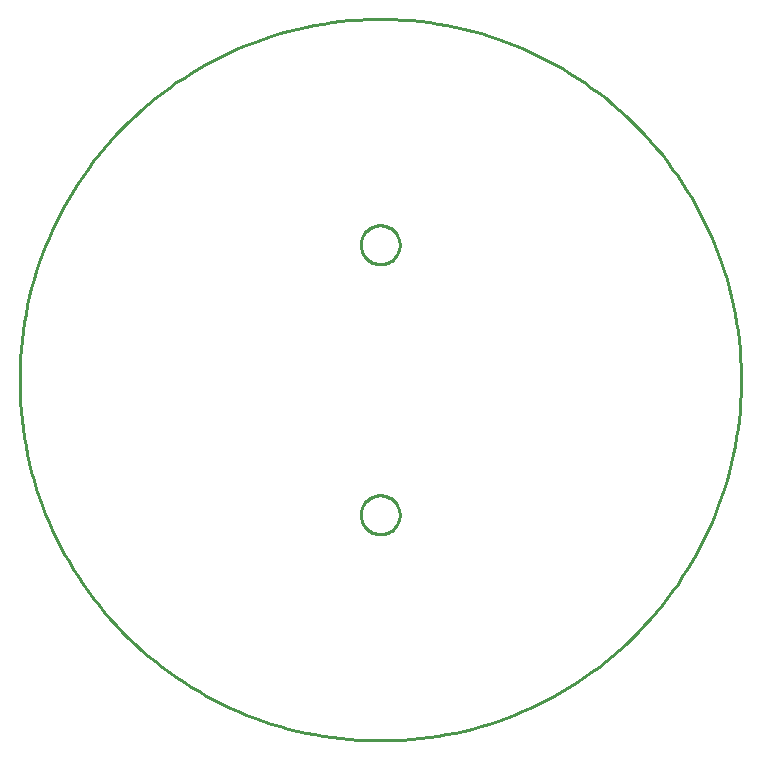
<source format=gbr>
G04 EAGLE Gerber RS-274X export*
G75*
%MOMM*%
%FSLAX34Y34*%
%LPD*%
%IN*%
%IPPOS*%
%AMOC8*
5,1,8,0,0,1.08239X$1,22.5*%
G01*
%ADD10C,0.254000*%


D10*
X559308Y250253D02*
X559308Y257747D01*
X559124Y265238D01*
X558756Y272723D01*
X558205Y280197D01*
X557471Y287654D01*
X556553Y295092D01*
X555454Y302504D01*
X554173Y309888D01*
X552711Y317238D01*
X551069Y324549D01*
X549248Y331818D01*
X547249Y339041D01*
X545074Y346212D01*
X542723Y353327D01*
X540199Y360383D01*
X537502Y367375D01*
X534634Y374298D01*
X531597Y381149D01*
X528393Y387923D01*
X525024Y394617D01*
X521491Y401226D01*
X517798Y407746D01*
X513945Y414174D01*
X509936Y420505D01*
X505773Y426735D01*
X501458Y432862D01*
X496994Y438881D01*
X492383Y444789D01*
X487629Y450582D01*
X482735Y456256D01*
X477702Y461809D01*
X472535Y467236D01*
X467236Y472535D01*
X461809Y477702D01*
X456256Y482735D01*
X450582Y487629D01*
X444789Y492383D01*
X438881Y496994D01*
X432862Y501458D01*
X426735Y505773D01*
X420505Y509936D01*
X414174Y513945D01*
X407746Y517798D01*
X401226Y521491D01*
X394617Y525024D01*
X387923Y528393D01*
X381149Y531597D01*
X374298Y534634D01*
X367375Y537502D01*
X360383Y540199D01*
X353327Y542723D01*
X346212Y545074D01*
X339041Y547249D01*
X331818Y549248D01*
X324549Y551069D01*
X317238Y552711D01*
X309888Y554173D01*
X302504Y555454D01*
X295092Y556553D01*
X287654Y557471D01*
X280197Y558205D01*
X272723Y558756D01*
X265238Y559124D01*
X257747Y559308D01*
X250253Y559308D01*
X242762Y559124D01*
X235277Y558756D01*
X227803Y558205D01*
X220346Y557471D01*
X212908Y556553D01*
X205496Y555454D01*
X198112Y554173D01*
X190762Y552711D01*
X183451Y551069D01*
X176182Y549248D01*
X168959Y547249D01*
X161788Y545074D01*
X154673Y542723D01*
X147617Y540199D01*
X140625Y537502D01*
X133702Y534634D01*
X126851Y531597D01*
X120077Y528393D01*
X113383Y525024D01*
X106774Y521491D01*
X100254Y517798D01*
X93827Y513945D01*
X87495Y509936D01*
X81265Y505773D01*
X75138Y501458D01*
X69119Y496994D01*
X63211Y492383D01*
X57418Y487629D01*
X51744Y482735D01*
X46191Y477702D01*
X40764Y472535D01*
X35465Y467236D01*
X30298Y461809D01*
X25265Y456256D01*
X20371Y450582D01*
X15617Y444789D01*
X11006Y438881D01*
X6542Y432862D01*
X2227Y426735D01*
X-1936Y420505D01*
X-5945Y414174D01*
X-9798Y407746D01*
X-13491Y401226D01*
X-17024Y394617D01*
X-20393Y387923D01*
X-23597Y381149D01*
X-26634Y374298D01*
X-29502Y367375D01*
X-32199Y360383D01*
X-34723Y353327D01*
X-37074Y346212D01*
X-39249Y339041D01*
X-41248Y331818D01*
X-43069Y324549D01*
X-44711Y317238D01*
X-46173Y309888D01*
X-47454Y302504D01*
X-48553Y295092D01*
X-49471Y287654D01*
X-50205Y280197D01*
X-50756Y272723D01*
X-51124Y265238D01*
X-51308Y257747D01*
X-51308Y250253D01*
X-51124Y242762D01*
X-50756Y235277D01*
X-50205Y227803D01*
X-49471Y220346D01*
X-48553Y212908D01*
X-47454Y205496D01*
X-46173Y198112D01*
X-44711Y190762D01*
X-43069Y183451D01*
X-41248Y176182D01*
X-39249Y168959D01*
X-37074Y161788D01*
X-34723Y154673D01*
X-32199Y147617D01*
X-29502Y140625D01*
X-26634Y133702D01*
X-23597Y126851D01*
X-20393Y120077D01*
X-17024Y113383D01*
X-13491Y106774D01*
X-9798Y100254D01*
X-5945Y93827D01*
X-1936Y87495D01*
X2227Y81265D01*
X6542Y75138D01*
X11006Y69119D01*
X15617Y63211D01*
X20371Y57418D01*
X25265Y51744D01*
X30298Y46191D01*
X35465Y40764D01*
X40764Y35465D01*
X46191Y30298D01*
X51744Y25265D01*
X57418Y20371D01*
X63211Y15617D01*
X69119Y11006D01*
X75138Y6542D01*
X81265Y2227D01*
X87495Y-1936D01*
X93827Y-5945D01*
X100254Y-9798D01*
X106774Y-13491D01*
X113383Y-17024D01*
X120077Y-20393D01*
X126851Y-23597D01*
X133702Y-26634D01*
X140625Y-29502D01*
X147617Y-32199D01*
X154673Y-34723D01*
X161788Y-37074D01*
X168959Y-39249D01*
X176182Y-41248D01*
X183451Y-43069D01*
X190762Y-44711D01*
X198112Y-46173D01*
X205496Y-47454D01*
X212908Y-48553D01*
X220346Y-49471D01*
X227803Y-50205D01*
X235277Y-50756D01*
X242762Y-51124D01*
X250253Y-51308D01*
X257747Y-51308D01*
X265238Y-51124D01*
X272723Y-50756D01*
X280197Y-50205D01*
X287654Y-49471D01*
X295092Y-48553D01*
X302504Y-47454D01*
X309888Y-46173D01*
X317238Y-44711D01*
X324549Y-43069D01*
X331818Y-41248D01*
X339041Y-39249D01*
X346212Y-37074D01*
X353327Y-34723D01*
X360383Y-32199D01*
X367375Y-29502D01*
X374298Y-26634D01*
X381149Y-23597D01*
X387923Y-20393D01*
X394617Y-17024D01*
X401226Y-13491D01*
X407746Y-9798D01*
X414174Y-5945D01*
X420505Y-1936D01*
X426735Y2227D01*
X432862Y6542D01*
X438881Y11006D01*
X444789Y15617D01*
X450582Y20371D01*
X456256Y25265D01*
X461809Y30298D01*
X467236Y35465D01*
X472535Y40764D01*
X477702Y46191D01*
X482735Y51744D01*
X487629Y57418D01*
X492383Y63211D01*
X496994Y69119D01*
X501458Y75138D01*
X505773Y81265D01*
X509936Y87495D01*
X513945Y93827D01*
X517798Y100254D01*
X521491Y106774D01*
X525024Y113383D01*
X528393Y120077D01*
X531597Y126851D01*
X534634Y133702D01*
X537502Y140625D01*
X540199Y147617D01*
X542723Y154673D01*
X545074Y161788D01*
X547249Y168959D01*
X549248Y176182D01*
X551069Y183451D01*
X552711Y190762D01*
X554173Y198112D01*
X555454Y205496D01*
X556553Y212908D01*
X557471Y220346D01*
X558205Y227803D01*
X558756Y235277D01*
X559124Y242762D01*
X559308Y250253D01*
X270510Y139160D02*
X270439Y138081D01*
X270298Y137009D01*
X270087Y135949D01*
X269808Y134905D01*
X269460Y133881D01*
X269046Y132883D01*
X268568Y131913D01*
X268028Y130977D01*
X267427Y130078D01*
X266769Y129221D01*
X266057Y128408D01*
X265292Y127644D01*
X264479Y126931D01*
X263622Y126273D01*
X262723Y125672D01*
X261787Y125132D01*
X260817Y124654D01*
X259819Y124240D01*
X258795Y123892D01*
X257751Y123613D01*
X256691Y123402D01*
X255619Y123261D01*
X254540Y123190D01*
X253460Y123190D01*
X252381Y123261D01*
X251309Y123402D01*
X250249Y123613D01*
X249205Y123892D01*
X248181Y124240D01*
X247183Y124654D01*
X246213Y125132D01*
X245277Y125672D01*
X244378Y126273D01*
X243521Y126931D01*
X242708Y127644D01*
X241944Y128408D01*
X241231Y129221D01*
X240573Y130078D01*
X239972Y130977D01*
X239432Y131913D01*
X238954Y132883D01*
X238540Y133881D01*
X238192Y134905D01*
X237913Y135949D01*
X237702Y137009D01*
X237561Y138081D01*
X237490Y139160D01*
X237490Y140240D01*
X237561Y141319D01*
X237702Y142391D01*
X237913Y143451D01*
X238192Y144495D01*
X238540Y145519D01*
X238954Y146517D01*
X239432Y147487D01*
X239972Y148423D01*
X240573Y149322D01*
X241231Y150179D01*
X241944Y150992D01*
X242708Y151757D01*
X243521Y152469D01*
X244378Y153127D01*
X245277Y153728D01*
X246213Y154268D01*
X247183Y154746D01*
X248181Y155160D01*
X249205Y155508D01*
X250249Y155787D01*
X251309Y155998D01*
X252381Y156139D01*
X253460Y156210D01*
X254540Y156210D01*
X255619Y156139D01*
X256691Y155998D01*
X257751Y155787D01*
X258795Y155508D01*
X259819Y155160D01*
X260817Y154746D01*
X261787Y154268D01*
X262723Y153728D01*
X263622Y153127D01*
X264479Y152469D01*
X265292Y151757D01*
X266057Y150992D01*
X266769Y150179D01*
X267427Y149322D01*
X268028Y148423D01*
X268568Y147487D01*
X269046Y146517D01*
X269460Y145519D01*
X269808Y144495D01*
X270087Y143451D01*
X270298Y142391D01*
X270439Y141319D01*
X270510Y140240D01*
X270510Y139160D01*
X270510Y367760D02*
X270439Y366681D01*
X270298Y365609D01*
X270087Y364549D01*
X269808Y363505D01*
X269460Y362481D01*
X269046Y361483D01*
X268568Y360513D01*
X268028Y359577D01*
X267427Y358678D01*
X266769Y357821D01*
X266057Y357008D01*
X265292Y356244D01*
X264479Y355531D01*
X263622Y354873D01*
X262723Y354272D01*
X261787Y353732D01*
X260817Y353254D01*
X259819Y352840D01*
X258795Y352492D01*
X257751Y352213D01*
X256691Y352002D01*
X255619Y351861D01*
X254540Y351790D01*
X253460Y351790D01*
X252381Y351861D01*
X251309Y352002D01*
X250249Y352213D01*
X249205Y352492D01*
X248181Y352840D01*
X247183Y353254D01*
X246213Y353732D01*
X245277Y354272D01*
X244378Y354873D01*
X243521Y355531D01*
X242708Y356244D01*
X241944Y357008D01*
X241231Y357821D01*
X240573Y358678D01*
X239972Y359577D01*
X239432Y360513D01*
X238954Y361483D01*
X238540Y362481D01*
X238192Y363505D01*
X237913Y364549D01*
X237702Y365609D01*
X237561Y366681D01*
X237490Y367760D01*
X237490Y368840D01*
X237561Y369919D01*
X237702Y370991D01*
X237913Y372051D01*
X238192Y373095D01*
X238540Y374119D01*
X238954Y375117D01*
X239432Y376087D01*
X239972Y377023D01*
X240573Y377922D01*
X241231Y378779D01*
X241944Y379592D01*
X242708Y380357D01*
X243521Y381069D01*
X244378Y381727D01*
X245277Y382328D01*
X246213Y382868D01*
X247183Y383346D01*
X248181Y383760D01*
X249205Y384108D01*
X250249Y384387D01*
X251309Y384598D01*
X252381Y384739D01*
X253460Y384810D01*
X254540Y384810D01*
X255619Y384739D01*
X256691Y384598D01*
X257751Y384387D01*
X258795Y384108D01*
X259819Y383760D01*
X260817Y383346D01*
X261787Y382868D01*
X262723Y382328D01*
X263622Y381727D01*
X264479Y381069D01*
X265292Y380357D01*
X266057Y379592D01*
X266769Y378779D01*
X267427Y377922D01*
X268028Y377023D01*
X268568Y376087D01*
X269046Y375117D01*
X269460Y374119D01*
X269808Y373095D01*
X270087Y372051D01*
X270298Y370991D01*
X270439Y369919D01*
X270510Y368840D01*
X270510Y367760D01*
M02*

</source>
